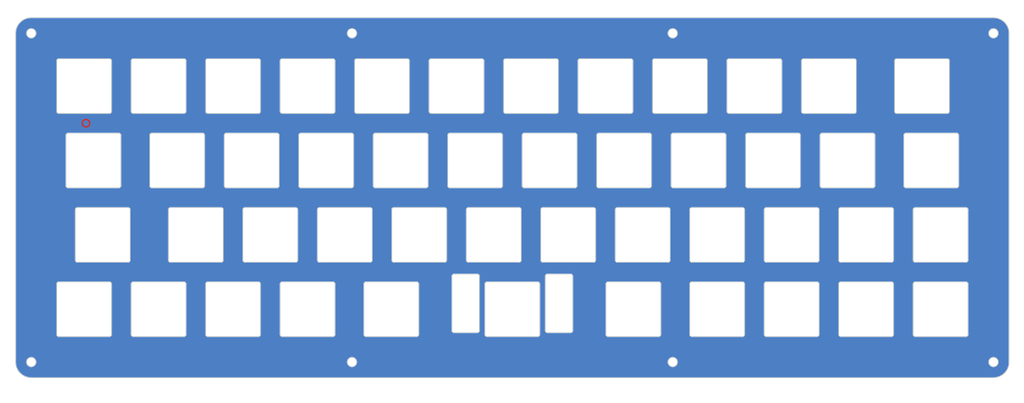
<source format=kicad_pcb>
(kicad_pcb (version 20221018) (generator pcbnew)
  (layers (0 "F.Cu" signal) (31 "B.Cu" signal) (34 "B.Paste" user) (35 "F.Paste" user) (36 "B.SilkS" user "B.Silkscreen") (37 "F.SilkS" user "F.Silkscreen") (38 "B.Mask" user) (39 "F.Mask" user) (44 "Edge.Cuts" user))
  (net 0 "")
  (net 1 "GND")
  (footprint "locallib:Outline" (layer "F.Cu") (at 19.84375 112.7125)
    (fp_text reference "J1")
    (fp_text value "Outline")
    (fp_line (start 0.024 -4.113) (end 0.024 -88.313) (stroke (width 0.2)) (layer "Edge.Cuts"))
    (fp_line (start 4.024 -92.313) (end 250.149 -92.313) (stroke (width 0.2)) (layer "Edge.Cuts"))
    (fp_line (start 10.549 -68.288) (end 10.549 -81.288) (stroke (width 0.2)) (layer "Edge.Cuts"))
    (fp_line (start 10.549 -11.138) (end 10.549 -24.138) (stroke (width 0.2)) (layer "Edge.Cuts"))
    (fp_line (start 11.049 -81.788) (end 24.049 -81.788) (stroke (width 0.2)) (layer "Edge.Cuts"))
    (fp_line (start 11.049 -24.638) (end 24.049 -24.638) (stroke (width 0.2)) (layer "Edge.Cuts"))
    (fp_line (start 12.93025 -62.238) (end 12.93025 -49.238) (stroke (width 0.2)) (layer "Edge.Cuts"))
    (fp_line (start 13.43025 -48.738) (end 26.43025 -48.738) (stroke (width 0.2)) (layer "Edge.Cuts"))
    (fp_line (start 15.3115 -30.188) (end 15.3115 -43.188) (stroke (width 0.2)) (layer "Edge.Cuts"))
    (fp_line (start 15.8115 -43.688) (end 28.8115 -43.688) (stroke (width 0.2)) (layer "Edge.Cuts"))
    (fp_line (start 24.049 -67.788) (end 11.049 -67.788) (stroke (width 0.2)) (layer "Edge.Cuts"))
    (fp_line (start 24.049 -10.638) (end 11.049 -10.638) (stroke (width 0.2)) (layer "Edge.Cuts"))
    (fp_line (start 24.549 -81.288) (end 24.549 -68.288) (stroke (width 0.2)) (layer "Edge.Cuts"))
    (fp_line (start 24.549 -24.138) (end 24.549 -11.138) (stroke (width 0.2)) (layer "Edge.Cuts"))
    (fp_line (start 26.43025 -62.738) (end 13.43025 -62.738) (stroke (width 0.2)) (layer "Edge.Cuts"))
    (fp_line (start 26.93025 -49.238) (end 26.93025 -62.238) (stroke (width 0.2)) (layer "Edge.Cuts"))
    (fp_line (start 28.8115 -29.688) (end 15.8115 -29.688) (stroke (width 0.2)) (layer "Edge.Cuts"))
    (fp_line (start 29.3115 -43.188) (end 29.3115 -30.188) (stroke (width 0.2)) (layer "Edge.Cuts"))
    (fp_line (start 29.599 -68.288) (end 29.599 -81.288) (stroke (width 0.2)) (layer "Edge.Cuts"))
    (fp_line (start 29.599 -24.138) (end 29.599 -11.138) (stroke (width 0.2)) (layer "Edge.Cuts"))
    (fp_line (start 30.099 -81.788) (end 43.099 -81.788) (stroke (width 0.2)) (layer "Edge.Cuts"))
    (fp_line (start 30.099 -10.638) (end 43.099 -10.638) (stroke (width 0.2)) (layer "Edge.Cuts"))
    (fp_line (start 34.3615 -49.238) (end 34.3615 -62.238) (stroke (width 0.2)) (layer "Edge.Cuts"))
    (fp_line (start 34.8615 -62.738) (end 47.8615 -62.738) (stroke (width 0.2)) (layer "Edge.Cuts"))
    (fp_line (start 39.124 -30.188) (end 39.124 -43.188) (stroke (width 0.2)) (layer "Edge.Cuts"))
    (fp_line (start 39.624 -43.688) (end 52.624 -43.688) (stroke (width 0.2)) (layer "Edge.Cuts"))
    (fp_line (start 43.099 -67.788) (end 30.099 -67.788) (stroke (width 0.2)) (layer "Edge.Cuts"))
    (fp_line (start 43.099 -24.638) (end 30.099 -24.638) (stroke (width 0.2)) (layer "Edge.Cuts"))
    (fp_line (start 43.599 -81.288) (end 43.599 -68.288) (stroke (width 0.2)) (layer "Edge.Cuts"))
    (fp_line (start 43.599 -11.138) (end 43.599 -24.138) (stroke (width 0.2)) (layer "Edge.Cuts"))
    (fp_line (start 47.8615 -48.738) (end 34.8615 -48.738) (stroke (width 0.2)) (layer "Edge.Cuts"))
    (fp_line (start 48.3615 -62.238) (end 48.3615 -49.238) (stroke (width 0.2)) (layer "Edge.Cuts"))
    (fp_line (start 48.649 -68.288) (end 48.649 -81.288) (stroke (width 0.2)) (layer "Edge.Cuts"))
    (fp_line (start 48.649 -11.138) (end 48.649 -24.138) (stroke (width 0.2)) (layer "Edge.Cuts"))
    (fp_line (start 49.149 -81.788) (end 62.149 -81.788) (stroke (width 0.2)) (layer "Edge.Cuts"))
    (fp_line (start 49.149 -24.638) (end 62.149 -24.638) (stroke (width 0.2)) (layer "Edge.Cuts"))
    (fp_line (start 52.624 -29.688) (end 39.624 -29.688) (stroke (width 0.2)) (layer "Edge.Cuts"))
    (fp_line (start 53.124 -43.188) (end 53.124 -30.188) (stroke (width 0.2)) (layer "Edge.Cuts"))
    (fp_line (start 53.4115 -49.238) (end 53.4115 -62.238) (stroke (width 0.2)) (layer "Edge.Cuts"))
    (fp_line (start 53.9115 -62.738) (end 66.9115 -62.738) (stroke (width 0.2)) (layer "Edge.Cuts"))
    (fp_line (start 58.174 -30.188) (end 58.174 -43.188) (stroke (width 0.2)) (layer "Edge.Cuts"))
    (fp_line (start 58.674 -43.688) (end 71.674 -43.688) (stroke (width 0.2)) (layer "Edge.Cuts"))
    (fp_line (start 62.149 -67.788) (end 49.149 -67.788) (stroke (width 0.2)) (layer "Edge.Cuts"))
    (fp_line (start 62.149 -10.638) (end 49.149 -10.638) (stroke (width 0.2)) (layer "Edge.Cuts"))
    (fp_line (start 62.649 -81.288) (end 62.649 -68.288) (stroke (width 0.2)) (layer "Edge.Cuts"))
    (fp_line (start 62.649 -24.138) (end 62.649 -11.138) (stroke (width 0.2)) (layer "Edge.Cuts"))
    (fp_line (start 66.9115 -48.738) (end 53.9115 -48.738) (stroke (width 0.2)) (layer "Edge.Cuts"))
    (fp_line (start 67.4115 -62.238) (end 67.4115 -49.238) (stroke (width 0.2)) (layer "Edge.Cuts"))
    (fp_line (start 67.699 -81.288) (end 67.699 -68.288) (stroke (width 0.2)) (layer "Edge.Cuts"))
    (fp_line (start 67.699 -11.138) (end 67.699 -24.138) (stroke (width 0.2)) (layer "Edge.Cuts"))
    (fp_line (start 68.199 -67.788) (end 81.199 -67.788) (stroke (width 0.2)) (layer "Edge.Cuts"))
    (fp_line (start 68.199 -24.638) (end 81.199 -24.638) (stroke (width 0.2)) (layer "Edge.Cuts"))
    (fp_line (start 71.674 -29.688) (end 58.674 -29.688) (stroke (width 0.2)) (layer "Edge.Cuts"))
    (fp_line (start 72.174 -43.188) (end 72.174 -30.188) (stroke (width 0.2)) (layer "Edge.Cuts"))
    (fp_line (start 72.4615 -49.238) (end 72.4615 -62.238) (stroke (width 0.2)) (layer "Edge.Cuts"))
    (fp_line (start 72.9615 -62.738) (end 85.9615 -62.738) (stroke (width 0.2)) (layer "Edge.Cuts"))
    (fp_line (start 77.224 -30.188) (end 77.224 -43.188) (stroke (width 0.2)) (layer "Edge.Cuts"))
    (fp_line (start 77.724 -43.688) (end 90.724 -43.688) (stroke (width 0.2)) (layer "Edge.Cuts"))
    (fp_line (start 81.199 -81.788) (end 68.199 -81.788) (stroke (width 0.2)) (layer "Edge.Cuts"))
    (fp_line (start 81.199 -10.638) (end 68.199 -10.638) (stroke (width 0.2)) (layer "Edge.Cuts"))
    (fp_line (start 81.699 -68.288) (end 81.699 -81.288) (stroke (width 0.2)) (layer "Edge.Cuts"))
    (fp_line (start 81.699 -24.138) (end 81.699 -11.138) (stroke (width 0.2)) (layer "Edge.Cuts"))
    (fp_line (start 85.9615 -48.738) (end 72.9615 -48.738) (stroke (width 0.2)) (layer "Edge.Cuts"))
    (fp_line (start 86.4615 -62.238) (end 86.4615 -49.238) (stroke (width 0.2)) (layer "Edge.Cuts"))
    (fp_line (start 86.749 -68.288) (end 86.749 -81.288) (stroke (width 0.2)) (layer "Edge.Cuts"))
    (fp_line (start 87.249 -81.788) (end 100.249 -81.788) (stroke (width 0.2)) (layer "Edge.Cuts"))
    (fp_line (start 89.13025 -11.138) (end 89.13025 -24.138) (stroke (width 0.2)) (layer "Edge.Cuts"))
    (fp_line (start 89.63025 -24.638) (end 102.63025 -24.638) (stroke (width 0.2)) (layer "Edge.Cuts"))
    (fp_line (start 90.724 -29.688) (end 77.724 -29.688) (stroke (width 0.2)) (layer "Edge.Cuts"))
    (fp_line (start 91.224 -43.188) (end 91.224 -30.188) (stroke (width 0.2)) (layer "Edge.Cuts"))
    (fp_line (start 91.5115 -49.238) (end 91.5115 -62.238) (stroke (width 0.2)) (layer "Edge.Cuts"))
    (fp_line (start 92.0115 -62.738) (end 105.0115 -62.738) (stroke (width 0.2)) (layer "Edge.Cuts"))
    (fp_line (start 96.274 -30.188) (end 96.274 -43.188) (stroke (width 0.2)) (layer "Edge.Cuts"))
    (fp_line (start 96.774 -43.688) (end 109.774 -43.688) (stroke (width 0.2)) (layer "Edge.Cuts"))
    (fp_line (start 100.249 -67.788) (end 87.249 -67.788) (stroke (width 0.2)) (layer "Edge.Cuts"))
    (fp_line (start 100.749 -81.288) (end 100.749 -68.288) (stroke (width 0.2)) (layer "Edge.Cuts"))
    (fp_line (start 102.63025 -10.638) (end 89.63025 -10.638) (stroke (width 0.2)) (layer "Edge.Cuts"))
    (fp_line (start 103.13025 -24.138) (end 103.13025 -11.138) (stroke (width 0.2)) (layer "Edge.Cuts"))
    (fp_line (start 105.0115 -48.738) (end 92.0115 -48.738) (stroke (width 0.2)) (layer "Edge.Cuts"))
    (fp_line (start 105.5115 -62.238) (end 105.5115 -49.238) (stroke (width 0.2)) (layer "Edge.Cuts"))
    (fp_line (start 105.799 -68.288) (end 105.799 -81.288) (stroke (width 0.2)) (layer "Edge.Cuts"))
    (fp_line (start 106.299 -81.788) (end 119.299 -81.788) (stroke (width 0.2)) (layer "Edge.Cuts"))
    (fp_line (start 109.774 -29.688) (end 96.774 -29.688) (stroke (width 0.2)) (layer "Edge.Cuts"))
    (fp_line (start 110.274 -43.188) (end 110.274 -30.188) (stroke (width 0.2)) (layer "Edge.Cuts"))
    (fp_line (start 110.5615 -49.238) (end 110.5615 -62.238) (stroke (width 0.2)) (layer "Edge.Cuts"))
    (fp_line (start 111.0615 -62.738) (end 124.0615 -62.738) (stroke (width 0.2)) (layer "Edge.Cuts"))
    (fp_line (start 111.6485 -12.138) (end 111.6485 -26.138) (stroke (width 0.2)) (layer "Edge.Cuts"))
    (fp_line (start 112.1485 -26.638) (end 118.1485 -26.638) (stroke (width 0.2)) (layer "Edge.Cuts"))
    (fp_line (start 115.324 -30.188) (end 115.324 -43.188) (stroke (width 0.2)) (layer "Edge.Cuts"))
    (fp_line (start 115.824 -43.688) (end 128.824 -43.688) (stroke (width 0.2)) (layer "Edge.Cuts"))
    (fp_line (start 118.1485 -11.638) (end 112.1485 -11.638) (stroke (width 0.2)) (layer "Edge.Cuts"))
    (fp_line (start 118.6485 -26.138) (end 118.6485 -12.138) (stroke (width 0.2)) (layer "Edge.Cuts"))
    (fp_line (start 119.299 -67.788) (end 106.299 -67.788) (stroke (width 0.2)) (layer "Edge.Cuts"))
    (fp_line (start 119.799 -81.288) (end 119.799 -68.288) (stroke (width 0.2)) (layer "Edge.Cuts"))
    (fp_line (start 120.0865 -11.138) (end 120.0865 -24.138) (stroke (width 0.2)) (layer "Edge.Cuts"))
    (fp_line (start 120.5865 -24.638) (end 133.5865 -24.638) (stroke (width 0.2)) (layer "Edge.Cuts"))
    (fp_line (start 124.0615 -48.738) (end 111.0615 -48.738) (stroke (width 0.2)) (layer "Edge.Cuts"))
    (fp_line (start 124.5615 -62.238) (end 124.5615 -49.238) (stroke (width 0.2)) (layer "Edge.Cuts"))
    (fp_line (start 124.849 -68.288) (end 124.849 -81.288) (stroke (width 0.2)) (layer "Edge.Cuts"))
    (fp_line (start 125.349 -81.788) (end 138.349 -81.788) (stroke (width 0.2)) (layer "Edge.Cuts"))
    (fp_line (start 128.824 -29.688) (end 115.824 -29.688) (stroke (width 0.2)) (layer "Edge.Cuts"))
    (fp_line (start 129.324 -43.188) (end 129.324 -30.188) (stroke (width 0.2)) (layer "Edge.Cuts"))
    (fp_line (start 129.6115 -49.238) (end 129.6115 -62.238) (stroke (width 0.2)) (layer "Edge.Cuts"))
    (fp_line (start 130.1115 -62.738) (end 143.1115 -62.738) (stroke (width 0.2)) (layer "Edge.Cuts"))
    (fp_line (start 133.5865 -10.638) (end 120.5865 -10.638) (stroke (width 0.2)) (layer "Edge.Cuts"))
    (fp_line (start 134.0865 -24.138) (end 134.0865 -11.138) (stroke (width 0.2)) (layer "Edge.Cuts"))
    (fp_line (start 134.374 -30.188) (end 134.374 -43.188) (stroke (width 0.2)) (layer "Edge.Cuts"))
    (fp_line (start 134.874 -43.688) (end 147.874 -43.688) (stroke (width 0.2)) (layer "Edge.Cuts"))
    (fp_line (start 135.5245 -12.138) (end 135.5245 -26.138) (stroke (width 0.2)) (layer "Edge.Cuts"))
    (fp_line (start 136.0245 -26.638) (end 142.0245 -26.638) (stroke (width 0.2)) (layer "Edge.Cuts"))
    (fp_line (start 138.349 -67.788) (end 125.349 -67.788) (stroke (width 0.2)) (layer "Edge.Cuts"))
    (fp_line (start 138.849 -81.288) (end 138.849 -68.288) (stroke (width 0.2)) (layer "Edge.Cuts"))
    (fp_line (start 142.0245 -11.638) (end 136.0245 -11.638) (stroke (width 0.2)) (layer "Edge.Cuts"))
    (fp_line (start 142.5245 -26.138) (end 142.5245 -12.138) (stroke (width 0.2)) (layer "Edge.Cuts"))
    (fp_line (start 143.1115 -48.738) (end 130.1115 -48.738) (stroke (width 0.2)) (layer "Edge.Cuts"))
    (fp_line (start 143.6115 -62.238) (end 143.6115 -49.238) (stroke (width 0.2)) (layer "Edge.Cuts"))
    (fp_line (start 143.899 -68.288) (end 143.899 -81.288) (stroke (width 0.2)) (layer "Edge.Cuts"))
    (fp_line (start 144.399 -81.788) (end 157.399 -81.788) (stroke (width 0.2)) (layer "Edge.Cuts"))
    (fp_line (start 147.874 -29.688) (end 134.874 -29.688) (stroke (width 0.2)) (layer "Edge.Cuts"))
    (fp_line (start 148.374 -43.188) (end 148.374 -30.188) (stroke (width 0.2)) (layer "Edge.Cuts"))
    (fp_line (start 148.6615 -49.238) (end 148.6615 -62.238) (stroke (width 0.2)) (layer "Edge.Cuts"))
    (fp_line (start 149.1615 -62.738) (end 162.1615 -62.738) (stroke (width 0.2)) (layer "Edge.Cuts"))
    (fp_line (start 151.04275 -11.138) (end 151.04275 -24.138) (stroke (width 0.2)) (layer "Edge.Cuts"))
    (fp_line (start 151.54275 -24.638) (end 164.54275 -24.638) (stroke (width 0.2)) (layer "Edge.Cuts"))
    (fp_line (start 153.424 -30.188) (end 153.424 -43.188) (stroke (width 0.2)) (layer "Edge.Cuts"))
    (fp_line (start 153.924 -43.688) (end 166.924 -43.688) (stroke (width 0.2)) (layer "Edge.Cuts"))
    (fp_line (start 157.399 -67.788) (end 144.399 -67.788) (stroke (width 0.2)) (layer "Edge.Cuts"))
    (fp_line (start 157.899 -81.288) (end 157.899 -68.288) (stroke (width 0.2)) (layer "Edge.Cuts"))
    (fp_line (start 162.1615 -48.738) (end 149.1615 -48.738) (stroke (width 0.2)) (layer "Edge.Cuts"))
    (fp_line (start 162.6615 -62.238) (end 162.6615 -49.238) (stroke (width 0.2)) (layer "Edge.Cuts"))
    (fp_line (start 162.949 -68.288) (end 162.949 -81.288) (stroke (width 0.2)) (layer "Edge.Cuts"))
    (fp_line (start 163.449 -81.788) (end 176.449 -81.788) (stroke (width 0.2)) (layer "Edge.Cuts"))
    (fp_line (start 164.54275 -10.638) (end 151.54275 -10.638) (stroke (width 0.2)) (layer "Edge.Cuts"))
    (fp_line (start 165.04275 -24.138) (end 165.04275 -11.138) (stroke (width 0.2)) (layer "Edge.Cuts"))
    (fp_line (start 166.924 -29.688) (end 153.924 -29.688) (stroke (width 0.2)) (layer "Edge.Cuts"))
    (fp_line (start 167.424 -43.188) (end 167.424 -30.188) (stroke (width 0.2)) (layer "Edge.Cuts"))
    (fp_line (start 167.7115 -49.238) (end 167.7115 -62.238) (stroke (width 0.2)) (layer "Edge.Cuts"))
    (fp_line (start 168.2115 -62.738) (end 181.2115 -62.738) (stroke (width 0.2)) (layer "Edge.Cuts"))
    (fp_line (start 172.474 -30.188) (end 172.474 -43.188) (stroke (width 0.2)) (layer "Edge.Cuts"))
    (fp_line (start 172.474 -11.138) (end 172.474 -24.138) (stroke (width 0.2)) (layer "Edge.Cuts"))
    (fp_line (start 172.974 -43.688) (end 185.974 -43.688) (stroke (width 0.2)) (layer "Edge.Cuts"))
    (fp_line (start 172.974 -24.638) (end 185.974 -24.638) (stroke (width 0.2)) (layer "Edge.Cuts"))
    (fp_line (start 176.449 -67.788) (end 163.449 -67.788) (stroke (width 0.2)) (layer "Edge.Cuts"))
    (fp_line (start 176.949 -81.288) (end 176.949 -68.288) (stroke (width 0.2)) (layer "Edge.Cuts"))
    (fp_line (start 181.2115 -48.738) (end 168.2115 -48.738) (stroke (width 0.2)) (layer "Edge.Cuts"))
    (fp_line (start 181.7115 -62.238) (end 181.7115 -49.238) (stroke (width 0.2)) (layer "Edge.Cuts"))
    (fp_line (start 181.999 -68.288) (end 181.999 -81.288) (stroke (width 0.2)) (layer "Edge.Cuts"))
    (fp_line (start 182.499 -81.788) (end 195.499 -81.788) (stroke (width 0.2)) (layer "Edge.Cuts"))
    (fp_line (start 185.974 -29.688) (end 172.974 -29.688) (stroke (width 0.2)) (layer "Edge.Cuts"))
    (fp_line (start 185.974 -10.638) (end 172.974 -10.638) (stroke (width 0.2)) (layer "Edge.Cuts"))
    (fp_line (start 186.474 -43.188) (end 186.474 -30.188) (stroke (width 0.2)) (layer "Edge.Cuts"))
    (fp_line (start 186.474 -24.138) (end 186.474 -11.138) (stroke (width 0.2)) (layer "Edge.Cuts"))
    (fp_line (start 186.7615 -49.238) (end 186.7615 -62.238) (stroke (width 0.2)) (layer "Edge.Cuts"))
    (fp_line (start 187.2615 -62.738) (end 200.2615 -62.738) (stroke (width 0.2)) (layer "Edge.Cuts"))
    (fp_line (start 191.524 -30.188) (end 191.524 -43.188) (stroke (width 0.2)) (layer "Edge.Cuts"))
    (fp_line (start 191.524 -11.138) (end 191.524 -24.138) (stroke (width 0.2)) (layer "Edge.Cuts"))
    (fp_line (start 192.024 -43.688) (end 205.024 -43.688) (stroke (width 0.2)) (layer "Edge.Cuts"))
    (fp_line (start 192.024 -24.638) (end 205.024 -24.638) (stroke (width 0.2)) (layer "Edge.Cuts"))
    (fp_line (start 195.499 -67.788) (end 182.499 -67.788) (stroke (width 0.2)) (layer "Edge.Cuts"))
    (fp_line (start 195.999 -81.288) (end 195.999 -68.288) (stroke (width 0.2)) (layer "Edge.Cuts"))
    (fp_line (start 200.2615 -48.738) (end 187.2615 -48.738) (stroke (width 0.2)) (layer "Edge.Cuts"))
    (fp_line (start 200.7615 -62.238) (end 200.7615 -49.238) (stroke (width 0.2)) (layer "Edge.Cuts"))
    (fp_line (start 201.049 -68.288) (end 201.049 -81.288) (stroke (width 0.2)) (layer "Edge.Cuts"))
    (fp_line (start 201.549 -81.788) (end 214.549 -81.788) (stroke (width 0.2)) (layer "Edge.Cuts"))
    (fp_line (start 205.024 -29.688) (end 192.024 -29.688) (stroke (width 0.2)) (layer "Edge.Cuts"))
    (fp_line (start 205.024 -10.638) (end 192.024 -10.638) (stroke (width 0.2)) (layer "Edge.Cuts"))
    (fp_line (start 205.524 -43.188) (end 205.524 -30.188) (stroke (width 0.2)) (layer "Edge.Cuts"))
    (fp_line (start 205.524 -24.138) (end 205.524 -11.138) (stroke (width 0.2)) (layer "Edge.Cuts"))
    (fp_line (start 205.8115 -49.238) (end 205.8115 -62.238) (stroke (width 0.2)) (layer "Edge.Cuts"))
    (fp_line (start 206.3115 -62.738) (end 219.3115 -62.738) (stroke (width 0.2)) (layer "Edge.Cuts"))
    (fp_line (start 210.574 -30.188) (end 210.574 -43.188) (stroke (width 0.2)) (layer "Edge.Cuts"))
    (fp_line (start 210.574 -24.138) (end 210.574 -11.138) (stroke (width 0.2)) (layer "Edge.Cuts"))
    (fp_line (start 211.074 -43.688) (end 224.074 -43.688) (stroke (width 0.2)) (layer "Edge.Cuts"))
    (fp_line (start 211.074 -10.638) (end 224.074 -10.638) (stroke (width 0.2)) (layer "Edge.Cuts"))
    (fp_line (start 214.549 -67.788) (end 201.549 -67.788) (stroke (width 0.2)) (layer "Edge.Cuts"))
    (fp_line (start 215.049 -81.288) (end 215.049 -68.288) (stroke (width 0.2)) (layer "Edge.Cuts"))
    (fp_line (start 219.3115 -48.738) (end 206.3115 -48.738) (stroke (width 0.2)) (layer "Edge.Cuts"))
    (fp_line (start 219.8115 -62.238) (end 219.8115 -49.238) (stroke (width 0.2)) (layer "Edge.Cuts"))
    (fp_line (start 224.074 -29.688) (end 211.074 -29.688) (stroke (width 0.2)) (layer "Edge.Cuts"))
    (fp_line (start 224.074 -24.638) (end 211.074 -24.638) (stroke (width 0.2)) (layer "Edge.Cuts"))
    (fp_line (start 224.574 -43.188) (end 224.574 -30.188) (stroke (width 0.2)) (layer "Edge.Cuts"))
    (fp_line (start 224.574 -11.138) (end 224.574 -24.138) (stroke (width 0.2)) (layer "Edge.Cuts"))
    (fp_line (start 224.8615 -68.288) (end 224.8615 -81.288) (stroke (width 0.2)) (layer "Edge.Cuts"))
    (fp_line (start 225.3615 -81.788) (end 238.3615 -81.788) (stroke (width 0.2)) (layer "Edge.Cuts"))
    (fp_line (start 227.24275 -62.238) (end 227.24275 -49.238) (stroke (width 0.2)) (layer "Edge.Cuts"))
    (fp_line (start 227.74275 -48.738) (end 240.74275 -48.738) (stroke (width 0.2)) (layer "Edge.Cuts"))
    (fp_line (start 229.624 -30.188) (end 229.624 -43.188) (stroke (width 0.2)) (layer "Edge.Cuts"))
    (fp_line (start 229.624 -11.138) (end 229.624 -24.138) (stroke (width 0.2)) (layer "Edge.Cuts"))
    (fp_line (start 230.124 -43.688) (end 243.124 -43.688) (stroke (width 0.2)) (layer "Edge.Cuts"))
    (fp_line (start 230.124 -24.638) (end 243.124 -24.638) (stroke (width 0.2)) (layer "Edge.Cuts"))
    (fp_line (start 238.3615 -67.788) (end 225.3615 -67.788) (stroke (width 0.2)) (layer "Edge.Cuts"))
    (fp_line (start 238.8615 -81.288) (end 238.8615 -68.288) (stroke (width 0.2)) (layer "Edge.Cuts"))
    (fp_line (start 240.74275 -62.738) (end 227.74275 -62.738) (stroke (width 0.2)) (layer "Edge.Cuts"))
    (fp_line (start 241.24275 -49.238) (end 241.24275 -62.238) (stroke (width 0.2)) (layer "Edge.Cuts"))
    (fp_line (start 243.124 -29.688) (end 230.124 -29.688) (stroke (width 0.2)) (layer "Edge.Cuts"))
    (fp_line (start 243.124 -10.638) (end 230.124 -10.638) (stroke (width 0.2)) (layer "Edge.Cuts"))
    (fp_line (start 243.624 -43.188) (end 243.624 -30.188) (stroke (width 0.2)) (layer "Edge.Cuts"))
    (fp_line (start 243.624 -24.138) (end 243.624 -11.138) (stroke (width 0.2)) (layer "Edge.Cuts"))
    (fp_line (start 250.149 -0.113) (end 4.024 -0.113) (stroke (width 0.2)) (layer "Edge.Cuts"))
    (fp_line (start 254.149 -88.313) (end 254.149 -4.113) (stroke (width 0.2)) (layer "Edge.Cuts"))
    (fp_arc (start 0.024 -88.313) (mid 1.195573 -91.141427) (end 4.024 -92.313) (stroke (width 0.2)) (layer "Edge.Cuts"))
    (fp_arc (start 4.024 -0.113) (mid 1.195573 -1.284573) (end 0.024 -4.113) (stroke (width 0.2)) (layer "Edge.Cuts"))
    (fp_arc (start 10.549 -81.288) (mid 10.695447 -81.641553) (end 11.049 -81.788) (stroke (width 0.2)) (layer "Edge.Cuts"))
    (fp_arc (start 10.549 -24.138) (mid 10.695447 -24.491553) (end 11.049 -24.638) (stroke (width 0.2)) (layer "Edge.Cuts"))
    (fp_arc (start 11.049 -67.788) (mid 10.695447 -67.934447) (end 10.549 -68.288) (stroke (width 0.2)) (layer "Edge.Cuts"))
    (fp_arc (start 11.049 -10.638) (mid 10.695447 -10.784447) (end 10.549 -11.138) (stroke (width 0.2)) (layer "Edge.Cuts"))
    (fp_arc (start 12.93025 -62.238) (mid 13.076694 -62.591571) (end 13.43025 -62.738) (stroke (width 0.2)) (layer "Edge.Cuts"))
    (fp_arc (start 13.43025 -48.738) (mid 13.076729 -48.884464) (end 12.93025 -49.238) (stroke (width 0.2)) (layer "Edge.Cuts"))
    (fp_arc (start 15.3115 -43.188) (mid 15.457947 -43.541553) (end 15.8115 -43.688) (stroke (width 0.2)) (layer "Edge.Cuts"))
    (fp_arc (start 15.8115 -29.688) (mid 15.457947 -29.834447) (end 15.3115 -30.188) (stroke (width 0.2)) (layer "Edge.Cuts"))
    (fp_arc (start 24.049 -81.788) (mid 24.402553 -81.641553) (end 24.549 -81.288) (stroke (width 0.2)) (layer "Edge.Cuts"))
    (fp_arc (start 24.049 -24.638) (mid 24.402553 -24.491553) (end 24.549 -24.138) (stroke (width 0.2)) (layer "Edge.Cuts"))
    (fp_arc (start 24.549 -68.288) (mid 24.402553 -67.934447) (end 24.049 -67.788) (stroke (width 0.2)) (layer "Edge.Cuts"))
    (fp_arc (start 24.549 -11.138) (mid 24.402553 -10.784447) (end 24.049 -10.638) (stroke (width 0.2)) (layer "Edge.Cuts"))
    (fp_arc (start 26.43025 -62.738) (mid 26.783771 -62.591536) (end 26.93025 -62.238) (stroke (width 0.2)) (layer "Edge.Cuts"))
    (fp_arc (start 26.93025 -49.238) (mid 26.783806 -48.884429) (end 26.43025 -48.738) (stroke (width 0.2)) (layer "Edge.Cuts"))
    (fp_arc (start 28.8115 -43.688) (mid 29.165053 -43.541553) (end 29.3115 -43.188) (stroke (width 0.2)) (layer "Edge.Cuts"))
    (fp_arc (start 29.3115 -30.188) (mid 29.165053 -29.834447) (end 28.8115 -29.688) (stroke (width 0.2)) (layer "Edge.Cuts"))
    (fp_arc (start 29.599 -81.288) (mid 29.745447 -81.641553) (end 30.099 -81.788) (stroke (width 0.2)) (layer "Edge.Cuts"))
    (fp_arc (start 29.599 -24.138) (mid 29.745447 -24.491553) (end 30.099 -24.638) (stroke (width 0.2)) (layer "Edge.Cuts"))
    (fp_arc (start 30.099 -67.788) (mid 29.745447 -67.934447) (end 29.599 -68.288) (stroke (width 0.2)) (layer "Edge.Cuts"))
    (fp_arc (start 30.099 -10.638) (mid 29.745447 -10.784447) (end 29.599 -11.138) (stroke (width 0.2)) (layer "Edge.Cuts"))
    (fp_arc (start 34.3615 -62.238) (mid 34.507947 -62.591553) (end 34.8615 -62.738) (stroke (width 0.2)) (layer "Edge.Cuts"))
    (fp_arc (start 34.8615 -48.738) (mid 34.507947 -48.884447) (end 34.3615 -49.238) (stroke (width 0.2)) (layer "Edge.Cuts"))
    (fp_arc (start 39.124 -43.188) (mid 39.270447 -43.541553) (end 39.624 -43.688) (stroke (width 0.2)) (layer "Edge.Cuts"))
    (fp_arc (start 39.624 -29.688) (mid 39.270447 -29.834447) (end 39.124 -30.188) (stroke (width 0.2)) (layer "Edge.Cuts"))
    (fp_arc (start 43.099 -81.788) (mid 43.452553 -81.641553) (end 43.599 -81.288) (stroke (width 0.2)) (layer "Edge.Cuts"))
    (fp_arc (start 43.099 -24.638) (mid 43.452553 -24.491553) (end 43.599 -24.138) (stroke (width 0.2)) (layer "Edge.Cuts"))
    (fp_arc (start 43.599 -68.288) (mid 43.452553 -67.934447) (end 43.099 -67.788) (stroke (width 0.2)) (layer "Edge.Cuts"))
    (fp_arc (start 43.599 -11.138) (mid 43.452553 -10.784447) (end 43.099 -10.638) (stroke (width 0.2)) (layer "Edge.Cuts"))
    (fp_arc (start 47.8615 -62.738) (mid 48.215053 -62.591553) (end 48.3615 -62.238) (stroke (width 0.2)) (layer "Edge.Cuts"))
    (fp_arc (start 48.3615 -49.238) (mid 48.215053 -48.884447) (end 47.8615 -48.738) (stroke (width 0.2)) (layer "Edge.Cuts"))
    (fp_arc (start 48.649 -81.288) (mid 48.795447 -81.641553) (end 49.149 -81.788) (stroke (width 0.2)) (layer "Edge.Cuts"))
    (fp_arc (start 48.649 -24.138) (mid 48.795447 -24.491553) (end 49.149 -24.638) (stroke (width 0.2)) (layer "Edge.Cuts"))
    (fp_arc (start 49.149 -67.788) (mid 48.795447 -67.934447) (end 48.649 -68.288) (stroke (width 0.2)) (layer "Edge.Cuts"))
    (fp_arc (start 49.149 -10.638) (mid 48.795447 -10.784447) (end 48.649 -11.138) (stroke (width 0.2)) (layer "Edge.Cuts"))
    (fp_arc (start 52.624 -43.688) (mid 52.977553 -43.541553) (end 53.124 -43.188) (stroke (width 0.2)) (layer "Edge.Cuts"))
    (fp_arc (start 53.124 -30.188) (mid 52.977553 -29.834447) (end 52.624 -29.688) (stroke (width 0.2)) (layer "Edge.Cuts"))
    (fp_arc (start 53.4115 -62.238) (mid 53.557947 -62.591553) (end 53.9115 -62.738) (stroke (width 0.2)) (layer "Edge.Cuts"))
    (fp_arc (start 53.9115 -48.738) (mid 53.557947 -48.884447) (end 53.4115 -49.238) (stroke (width 0.2)) (layer "Edge.Cuts"))
    (fp_arc (start 58.174 -43.188) (mid 58.320447 -43.541553) (end 58.674 -43.688) (stroke (width 0.2)) (layer "Edge.Cuts"))
    (fp_arc (start 58.674 -29.688) (mid 58.320447 -29.834447) (end 58.174 -30.188) (stroke (width 0.2)) (layer "Edge.Cuts"))
    (fp_arc (start 62.149 -81.788) (mid 62.502553 -81.641553) (end 62.649 -81.288) (stroke (width 0.2)) (layer "Edge.Cuts"))
    (fp_arc (start 62.149 -24.638) (mid 62.502553 -24.491553) (end 62.649 -24.138) (stroke (width 0.2)) (layer "Edge.Cuts"))
    (fp_arc (start 62.649 -68.288) (mid 62.502553 -67.934447) (end 62.149 -67.788) (stroke (width 0.2)) (layer "Edge.Cuts"))
    (fp_arc (start 62.649 -11.138) (mid 62.502553 -10.784447) (end 62.149 -10.638) (stroke (width 0.2)) (layer "Edge.Cuts"))
    (fp_arc (start 66.9115 -62.738) (mid 67.265053 -62.591553) (end 67.4115 -62.238) (stroke (width 0.2)) (layer "Edge.Cuts"))
    (fp_arc (start 67.4115 -49.238) (mid 67.265053 -48.884447) (end 66.9115 -48.738) (stroke (width 0.2)) (layer "Edge.Cuts"))
    (fp_arc (start 67.699 -81.288) (mid 67.845447 -81.641553) (end 68.199 -81.788) (stroke (width 0.2)) (layer "Edge.Cuts"))
    (fp_arc (start 67.699 -24.138) (mid 67.845447 -24.491553) (end 68.199 -24.638) (stroke (width 0.2)) (layer "Edge.Cuts"))
    (fp_arc (start 68.199 -67.788) (mid 67.845447 -67.934447) (end 67.699 -68.288) (stroke (width 0.2)) (layer "Edge.Cuts"))
    (fp_arc (start 68.199 -10.638) (mid 67.845447 -10.784447) (end 67.699 -11.138) (stroke (width 0.2)) (layer "Edge.Cuts"))
    (fp_arc (start 71.674 -43.688) (mid 72.027553 -43.541553) (end 72.174 -43.188) (stroke (width 0.2)) (layer "Edge.Cuts"))
    (fp_arc (start 72.174 -30.188) (mid 72.027553 -29.834447) (end 71.674 -29.688) (stroke (width 0.2)) (layer "Edge.Cuts"))
    (fp_arc (start 72.4615 -62.238) (mid 72.607947 -62.591553) (end 72.9615 -62.738) (stroke (width 0.2)) (layer "Edge.Cuts"))
    (fp_arc (start 72.9615 -48.738) (mid 72.607947 -48.884447) (end 72.4615 -49.238) (stroke (width 0.2)) (layer "Edge.Cuts"))
    (fp_arc (start 77.224 -43.188) (mid 77.370447 -43.541553) (end 77.724 -43.688) (stroke (width 0.2)) (layer "Edge.Cuts"))
    (fp_arc (start 77.724 -29.688) (mid 77.370447 -29.834447) (end 77.224 -30.188) (stroke (width 0.2)) (layer "Edge.Cuts"))
    (fp_arc (start 81.199 -81.788) (mid 81.552553 -81.641553) (end 81.699 -81.288) (stroke (width 0.2)) (layer "Edge.Cuts"))
    (fp_arc (start 81.199 -24.638) (mid 81.552553 -24.491553) (end 81.699 -24.138) (stroke (width 0.2)) (layer "Edge.Cuts"))
    (fp_arc (start 81.699 -68.288) (mid 81.552553 -67.934447) (end 81.199 -67.788) (stroke (width 0.2)) (layer "Edge.Cuts"))
    (fp_arc (start 81.699 -11.138) (mid 81.552553 -10.784447) (end 81.199 -10.638) (stroke (width 0.2)) (layer "Edge.Cuts"))
    (fp_arc (start 85.9615 -62.738) (mid 86.315053 -62.591553) (end 86.4615 -62.238) (stroke (width 0.2)) (layer "Edge.Cuts"))
    (fp_arc (start 86.4615 -49.238) (mid 86.315053 -48.884447) (end 85.9615 -48.738) (stroke (width 0.2)) (layer "Edge.Cuts"))
    (fp_arc (start 86.749 -81.288) (mid 86.895447 -81.641553) (end 87.249 -81.788) (stroke (width 0.2)) (layer "Edge.Cuts"))
    (fp_arc (start 87.249 -67.788) (mid 86.895447 -67.934447) (end 86.749 -68.288) (stroke (width 0.2)) (layer "Edge.Cuts"))
    (fp_arc (start 89.13025 -24.138) (mid 89.276694 -24.491571) (end 89.63025 -24.638) (stroke (width 0.2)) (layer "Edge.Cuts"))
    (fp_arc (start 89.63025 -10.638) (mid 89.276729 -10.784464) (end 89.13025 -11.138) (stroke (width 0.2)) (layer "Edge.Cuts"))
    (fp_arc (start 90.724 -43.688) (mid 91.077553 -43.541553) (end 91.224 -43.188) (stroke (width 0.2)) (layer "Edge.Cuts"))
    (fp_arc (start 91.224 -30.188) (mid 91.077553 -29.834447) (end 90.724 -29.688) (stroke (width 0.2)) (layer "Edge.Cuts"))
    (fp_arc (start 91.5115 -62.238) (mid 91.657947 -62.591553) (end 92.0115 -62.738) (stroke (width 0.2)) (layer "Edge.Cuts"))
    (fp_arc (start 92.0115 -48.738) (mid 91.657947 -48.884447) (end 91.5115 -49.238) (stroke (width 0.2)) (layer "Edge.Cuts"))
    (fp_arc (start 96.274 -43.188) (mid 96.420447 -43.541553) (end 96.774 -43.688) (stroke (width 0.2)) (layer "Edge.Cuts"))
    (fp_arc (start 96.774 -29.688) (mid 96.420447 -29.834447) (end 96.274 -30.188) (stroke (width 0.2)) (layer "Edge.Cuts"))
    (fp_arc (start 100.249 -81.788) (mid 100.602553 -81.641553) (end 100.749 -81.288) (stroke (width 0.2)) (layer "Edge.Cuts"))
    (fp_arc (start 100.749 -68.288) (mid 100.602553 -67.934447) (end 100.249 -67.788) (stroke (width 0.2)) (layer "Edge.Cuts"))
    (fp_arc (start 102.63025 -24.638) (mid 102.983771 -24.491536) (end 103.13025 -24.138) (stroke (width 0.2)) (layer "Edge.Cuts"))
    (fp_arc (start 103.13025 -11.138) (mid 102.983806 -10.784429) (end 102.63025 -10.638) (stroke (width 0.2)) (layer "Edge.Cuts"))
    (fp_arc (start 105.0115 -62.738) (mid 105.365053 -62.591553) (end 105.5115 -62.238) (stroke (width 0.2)) (layer "Edge.Cuts"))
    (fp_arc (start 105.5115 -49.238) (mid 105.365053 -48.884447) (end 105.0115 -48.738) (stroke (width 0.2)) (layer "Edge.Cuts"))
    (fp_arc (start 105.799 -81.288) (mid 105.945447 -81.641553) (end 106.299 -81.788) (stroke (width 0.2)) (layer "Edge.Cuts"))
    (fp_arc (start 106.299 -67.788) (mid 105.945447 -67.934447) (end 105.799 -68.288) (stroke (width 0.2)) (layer "Edge.Cuts"))
    (fp_arc (start 109.774 -43.688) (mid 110.127553 -43.541553) (end 110.274 -43.188) (stroke (width 0.2)) (layer "Edge.Cuts"))
    (fp_arc (start 110.274 -30.188) (mid 110.127553 -29.834447) (end 109.774 -29.688) (stroke (width 0.2)) (layer "Edge.Cuts"))
    (fp_arc (start 110.5615 -62.238) (mid 110.707947 -62.591553) (end 111.0615 -62.738) (stroke (width 0.2)) (layer "Edge.Cuts"))
    (fp_arc (start 111.0615 -48.738) (mid 110.707947 -48.884447) (end 110.5615 -49.238) (stroke (width 0.2)) (layer "Edge.Cuts"))
    (fp_arc (start 111.6485 -26.138) (mid 111.794947 -26.491553) (end 112.1485 -26.638) (stroke (width 0.2)) (layer "Edge.Cuts"))
    (fp_arc (start 112.1485 -11.638) (mid 111.794947 -11.784447) (end 111.6485 -12.138) (stroke (width 0.2)) (layer "Edge.Cuts"))
    (fp_arc (start 115.324 -43.188) (mid 115.470447 -43.541553) (end 115.824 -43.688) (stroke (width 0.2)) (layer "Edge.Cuts"))
    (fp_arc (start 115.824 -29.688) (mid 115.470447 -29.834447) (end 115.324 -30.188) (stroke (width 0.2)) (layer "Edge.Cuts"))
    (fp_arc (start 118.1485 -26.638) (mid 118.502053 -26.491553) (end 118.6485 -26.138) (stroke (width 0.2)) (layer "Edge.Cuts"))
    (fp_arc (start 118.6485 -12.138) (mid 118.502053 -11.784447) (end 118.1485 -11.638) (stroke (width 0.2)) (layer "Edge.Cuts"))
    (fp_arc (start 119.299 -81.788) (mid 119.652553 -81.641553) (end 119.799 -81.288) (stroke (width 0.2)) (layer "Edge.Cuts"))
    (fp_arc (start 119.799 -68.288) (mid 119.652553 -67.934447) (end 119.299 -67.788) (stroke (width 0.2)) (layer "Edge.Cuts"))
    (fp_arc (start 120.0865 -24.138) (mid 120.232947 -24.491553) (end 120.5865 -24.638) (stroke (width 0.2)) (layer "Edge.Cuts"))
    (fp_arc (start 120.5865 -10.638) (mid 120.232947 -10.784447) (end 120.0865 -11.138) (stroke (width 0.2)) (layer "Edge.Cuts"))
    (fp_arc (start 124.0615 -62.738) (mid 124.415053 -62.591553) (end 124.5615 -62.238) (stroke (width 0.2)) (layer "Edge.Cuts"))
    (fp_arc (start 124.5615 -49.238) (mid 124.415053 -48.884447) (end 124.0615 -48.738) (stroke (width 0.2)) (layer "Edge.Cuts"))
    (fp_arc (start 124.849 -81.288) (mid 124.995447 -81.641553) (end 125.349 -81.788) (stroke (width 0.2)) (layer "Edge.Cuts"))
    (fp_arc (start 125.349 -67.788) (mid 124.995447 -67.934447) (end 124.849 -68.288) (stroke (width 0.2)) (layer "Edge.Cuts"))
    (fp_arc (start 128.824 -43.688) (mid 129.177553 -43.541553) (end 129.324 -43.188) (stroke (width 0.2)) (layer "Edge.Cuts"))
    (fp_arc (start 129.324 -30.188) (mid 129.177553 -29.834447) (end 128.824 -29.688) (stroke (width 0.2)) (layer "Edge.Cuts"))
    (fp_arc (start 129.6115 -62.238) (mid 129.757947 -62.591553) (end 130.1115 -62.738) (stroke (width 0.2)) (layer "Edge.Cuts"))
    (fp_arc (start 130.1115 -48.738) (mid 129.757947 -48.884447) (end 129.6115 -49.238) (stroke (width 0.2)) (layer "Edge.Cuts"))
    (fp_arc (start 133.5865 -24.638) (mid 133.940053 -24.491553) (end 134.0865 -24.138) (stroke (width 0.2)) (layer "Edge.Cuts"))
    (fp_arc (start 134.0865 -11.138) (mid 133.940053 -10.784447) (end 133.5865 -10.638) (stroke (width 0.2)) (layer "Edge.Cuts"))
    (fp_arc (start 134.374 -43.188) (mid 134.520447 -43.541553) (end 134.874 -43.688) (stroke (width 0.2)) (layer "Edge.Cuts"))
    (fp_arc (start 134.874 -29.688) (mid 134.520447 -29.834447) (end 134.374 -30.188) (stroke (width 0.2)) (layer "Edge.Cuts"))
    (fp_arc (start 135.5245 -26.138) (mid 135.670947 -26.491553) (end 136.0245 -26.638) (stroke (width 0.2)) (layer "Edge.Cuts"))
    (fp_arc (start 136.0245 -11.638) (mid 135.670947 -11.784447) (end 135.5245 -12.138) (stroke (width 0.2)) (layer "Edge.Cuts"))
    (fp_arc (start 138.349 -81.788) (mid 138.702553 -81.641553) (end 138.849 -81.288) (stroke (width 0.2)) (layer "Edge.Cuts"))
    (fp_arc (start 138.849 -68.288) (mid 138.702553 -67.934447) (end 138.349 -67.788) (stroke (width 0.2)) (layer "Edge.Cuts"))
    (fp_arc (start 142.0245 -26.638) (mid 142.378053 -26.491553) (end 142.5245 -26.138) (stroke (width 0.2)) (layer "Edge.Cuts"))
    (fp_arc (start 142.5245 -12.138) (mid 142.378053 -11.784447) (end 142.0245 -11.638) (stroke (width 0.2)) (layer "Edge.Cuts"))
    (fp_arc (start 143.1115 -62.738) (mid 143.465053 -62.591553) (end 143.6115 -62.238) (stroke (width 0.2)) (layer "Edge.Cuts"))
    (fp_arc (start 143.6115 -49.238) (mid 143.465053 -48.884447) (end 143.1115 -48.738) (stroke (width 0.2)) (layer "Edge.Cuts"))
    (fp_arc (start 143.899 -81.288) (mid 144.045447 -81.641553) (end 144.399 -81.788) (stroke (width 0.2)) (layer "Edge.Cuts"))
    (fp_arc (start 144.399 -67.788) (mid 144.045447 -67.934447) (end 143.899 -68.288) (stroke (width 0.2)) (layer "Edge.Cuts"))
    (fp_arc (start 147.874 -43.688) (mid 148.227553 -43.541553) (end 148.374 -43.188) (stroke (width 0.2)) (layer "Edge.Cuts"))
    (fp_arc (start 148.374 -30.188) (mid 148.227553 -29.834447) (end 147.874 -29.688) (stroke (width 0.2)) (layer "Edge.Cuts"))
    (fp_arc (start 148.6615 -62.238) (mid 148.807947 -62.591553) (end 149.1615 -62.738) (stroke (width 0.2)) (layer "Edge.Cuts"))
    (fp_arc (start 149.1615 -48.738) (mid 148.807947 -48.884447) (end 148.6615 -49.238) (stroke (width 0.2)) (layer "Edge.Cuts"))
    (fp_arc (start 151.04275 -24.138) (mid 151.189194 -24.491571) (end 151.54275 -24.638) (stroke (width 0.2)) (layer "Edge.Cuts"))
    (fp_arc (start 151.54275 -10.638) (mid 151.189229 -10.784464) (end 151.04275 -11.138) (stroke (width 0.2)) (layer "Edge.Cuts"))
    (fp_arc (start 153.424 -43.188) (mid 153.570447 -43.541553) (end 153.924 -43.688) (stroke (width 0.2)) (layer "Edge.Cuts"))
    (fp_arc (start 153.924 -29.688) (mid 153.570447 -29.834447) (end 153.424 -30.188) (stroke (width 0.2)) (layer "Edge.Cuts"))
    (fp_arc (start 157.399 -81.788) (mid 157.752553 -81.641553) (end 157.899 -81.288) (stroke (width 0.2)) (layer "Edge.Cuts"))
    (fp_arc (start 157.899 -68.288) (mid 157.752553 -67.934447) (end 157.399 -67.788) (stroke (width 0.2)) (layer "Edge.Cuts"))
    (fp_arc (start 162.1615 -62.738) (mid 162.515053 -62.591553) (end 162.6615 -62.238) (stroke (width 0.2)) (layer "Edge.Cuts"))
    (fp_arc (start 162.6615 -49.238) (mid 162.515053 -48.884447) (end 162.1615 -48.738) (stroke (width 0.2)) (layer "Edge.Cuts"))
    (fp_arc (start 162.949 -81.288) (mid 163.095447 -81.641553) (end 163.449 -81.788) (stroke (width 0.2)) (layer "Edge.Cuts"))
    (fp_arc (start 163.449 -67.788) (mid 163.095447 -67.934447) (end 162.949 -68.288) (stroke (width 0.2)) (layer "Edge.Cuts"))
    (fp_arc (start 164.54275 -24.638) (mid 164.896271 -24.491536) (end 165.04275 -24.138) (stroke (width 0.2)) (layer "Edge.Cuts"))
    (fp_arc (start 165.04275 -11.138) (mid 164.896306 -10.784429) (end 164.54275 -10.638) (stroke (width 0.2)) (layer "Edge.Cuts"))
    (fp_arc (start 166.924 -43.688) (mid 167.277553 -43.541553) (end 167.424 -43.188) (stroke (width 0.2)) (layer "Edge.Cuts"))
    (fp_arc (start 167.424 -30.188) (mid 167.277553 -29.834447) (end 166.924 -29.688) (stroke (width 0.2)) (layer "Edge.Cuts"))
    (fp_arc (start 167.7115 -62.238) (mid 167.857947 -62.591553) (end 168.2115 -62.738) (stroke (width 0.2)) (layer "Edge.Cuts"))
    (fp_arc (start 168.2115 -48.738) (mid 167.857947 -48.884447) (end 167.7115 -49.238) (stroke (width 0.2)) (layer "Edge.Cuts"))
    (fp_arc (start 172.474 -43.188) (mid 172.620447 -43.541553) (end 172.974 -43.688) (stroke (width 0.2)) (layer "Edge.Cuts"))
    (fp_arc (start 172.474 -24.138) (mid 172.620447 -24.491553) (end 172.974 -24.638) (stroke (width 0.2)) (layer "Edge.Cuts"))
    (fp_arc (start 172.974 -29.688) (mid 172.620447 -29.834447) (end 172.474 -30.188) (stroke (width 0.2)) (layer "Edge.Cuts"))
    (fp_arc (start 172.974 -10.638) (mid 172.620447 -10.784447) (end 172.474 -11.138) (stroke (width 0.2)) (layer "Edge.Cuts"))
    (fp_arc (start 176.449 -81.788) (mid 176.802553 -81.641553) (end 176.949 -81.288) (stroke (width 0.2)) (layer "Edge.Cuts"))
    (fp_arc (start 176.949 -68.288) (mid 176.802553 -67.934447) (end 176.449 -67.788) (stroke (width 0.2)) (layer "Edge.Cuts"))
    (fp_arc (start 181.2115 -62.738) (mid 181.565053 -62.591553) (end 181.7115 -62.238) (stroke (width 0.2)) (layer "Edge.Cuts"))
    (fp_arc (start 181.7115 -49.238) (mid 181.565053 -48.884447) (end 181.2115 -48.738) (stroke (width 0.2)) (layer "Edge.Cuts"))
    (fp_arc (start 181.999 -81.288) (mid 182.145447 -81.641553) (end 182.499 -81.788) (stroke (width 0.2)) (layer "Edge.Cuts"))
    (fp_arc (start 182.499 -67.788) (mid 182.145447 -67.934447) (end 181.999 -68.288) (stroke (width 0.2)) (layer "Edge.Cuts"))
    (fp_arc (start 185.974 -43.688) (mid 186.327553 -43.541553) (end 186.474 -43.188) (stroke (width 0.2)) (layer "Edge.Cuts"))
    (fp_arc (start 185.974 -24.638) (mid 186.327553 -24.491553) (end 186.474 -24.138) (stroke (width 0.2)) (layer "Edge.Cuts"))
    (fp_arc (start 186.474 -30.188) (mid 186.327553 -29.834447) (end 185.974 -29.688) (stroke (width 0.2)) (layer "Edge.Cuts"))
    (fp_arc (start 186.474 -11.138) (mid 186.327553 -10.784447) (end 185.974 -10.638) (stroke (width 0.2)) (layer "Edge.Cuts"))
    (fp_arc (start 186.7615 -62.238) (mid 186.907947 -62.591553) (end 187.2615 -62.738) (stroke (width 0.2)) (layer "Edge.Cuts"))
    (fp_arc (start 187.2615 -48.738) (mid 186.907947 -48.884447) (end 186.7615 -49.238) (stroke (width 0.2)) (layer "Edge.Cuts"))
    (fp_arc (start 191.524 -43.188) (mid 191.670447 -43.541553) (end 192.024 -43.688) (stroke (width 0.2)) (layer "Edge.Cuts"))
    (fp_arc (start 191.524 -24.138) (mid 191.670447 -24.491553) (end 192.024 -24.638) (stroke (width 0.2)) (layer "Edge.Cuts"))
    (fp_arc (start 192.024 -29.688) (mid 191.670447 -29.834447) (end 191.524 -30.188) (stroke (width 0.2)) (layer "Edge.Cuts"))
    (fp_arc (start 192.024 -10.638) (mid 191.670447 -10.784447) (end 191.524 -11.138) (stroke (width 0.2)) (layer "Edge.Cuts"))
    (fp_arc (start 195.499 -81.788) (mid 195.852553 -81.641553) (end 195.999 -81.288) (stroke (width 0.2)) (layer "Edge.Cuts"))
    (fp_arc (start 195.999 -68.288) (mid 195.852553 -67.934447) (end 195.499 -67.788) (stroke (width 0.2)) (layer "Edge.Cuts"))
    (fp_arc (start 200.2615 -62.738) (mid 200.615053 -62.591553) (end 200.7615 -62.238) (stroke (width 0.2)) (layer "Edge.Cuts"))
    (fp_arc (start 200.7615 -49.238) (mid 200.615053 -48.884447) (end 200.2615 -48.738) (stroke (width 0.2)) (layer "Edge.Cuts"))
    (fp_arc (start 201.049 -81.288) (mid 201.195447 -81.641553) (end 201.549 -81.788) (stroke (width 0.2)) (layer "Edge.Cuts"))
    (fp_arc (start 201.549 -67.788) (mid 201.195447 -67.934447) (end 201.049 -68.288) (stroke (width 0.2)) (layer "Edge.Cuts"))
    (fp_arc (start 205.024 -43.688) (mid 205.377553 -43.541553) (end 205.524 -43.188) (stroke (width 0.2)) (layer "Edge.Cuts"))
    (fp_arc (start 205.024 -24.638) (mid 205.377553 -24.491553) (end 205.524 -24.138) (stroke (width 0.2)) (layer "Edge.Cuts"))
    (fp_arc (start 205.524 -30.188) (mid 205.377553 -29.834447) (end 205.024 -29.688) (stroke (width 0.2)) (layer "Edge.Cuts"))
    (fp_arc (start 205.524 -11.138) (mid 205.377553 -10.784447) (end 205.024 -10.638) (stroke (width 0.2)) (layer "Edge.Cuts"))
    (fp_arc (start 205.8115 -62.238) (mid 205.957947 -62.591553) (end 206.3115 -62.738) (stroke (width 0.2)) (layer "Edge.Cuts"))
    (fp_arc (start 206.3115 -48.738) (mid 205.957947 -48.884447) (end 205.8115 -49.238) (stroke (width 0.2)) (layer "Edge.Cuts"))
    (fp_arc (start 210.574 -43.188) (mid 210.720447 -43.541553) (end 211.074 -43.688) (stroke (width 0.2)) (layer "Edge.Cuts"))
    (fp_arc (start 210.574 -24.138) (mid 210.720447 -24.491553) (end 211.074 -24.638) (stroke (width 0.2)) (layer "Edge.Cuts"))
    (fp_arc (start 211.074 -29.688) (mid 210.720447 -29.834447) (end 210.574 -30.188) (stroke (width 0.2)) (layer "Edge.Cuts"))
    (fp_arc (start 211.074 -10.638) (mid 210.720447 -10.784447) (end 210.574 -11.138) (stroke (width 0.2)) (layer "Edge.Cuts"))
    (fp_arc (start 214.549 -81.788) (mid 214.902553 -81.641553) (end 215.049 -81.288) (stroke (width 0.2)) (layer "Edge.Cuts"))
    (fp_arc (start 215.049 -68.288) (mid 214.902553 -67.934447) (end 214.549 -67.788) (stroke (width 0.2)) (layer "Edge.Cuts"))
    (fp_arc (start 219.3115 -62.738) (mid 219.665053 -62.591553) (end 219.8115 -62.238) (stroke (width 0.2)) (layer "Edge.Cuts"))
    (fp_arc (start 219.8115 -49.238) (mid 219.665053 -48.884447) (end 219.3115 -48.738) (stroke (width 0.2)) (layer "Edge.Cuts"))
    (fp_arc (start 224.074 -43.688) (mid 224.427553 -43.541553) (end 224.574 -43.188) (stroke (width 0.2)) (layer "Edge.Cuts"))
    (fp_arc (start 224.074 -24.638) (mid 224.427553 -24.491553) (end 224.574 -24.138) (stroke (width 0.2)) (layer "Edge.Cuts"))
    (fp_arc (start 224.574 -30.188) (mid 224.427553 -29.834447) (end 224.074 -29.688) (stroke (width 0.2)) (layer "Edge.Cuts"))
    (fp_arc (start 224.574 -11.138) (mid 224.427553 -10.784447) (end 224.074 -10.638) (stroke (width 0.2)) (layer "Edge.Cuts"))
    (fp_arc (start 224.8615 -81.288) (mid 225.007947 -81.641553) (end 225.3615 -81.788) (stroke (width 0.2)) (layer "Edge.Cuts"))
    (fp_arc (start 225.3615 -67.788) (mid 225.007947 -67.934447) (end 224.8615 -68.288) (stroke (width 0.2)) (layer "Edge.Cuts"))
    (fp_arc (start 227.24275 -62.238) (mid 227.389194 -62.591571) (end 227.74275 -62.738) (stroke (width 0.2)) (layer "Edge.Cuts"))
    (fp_arc (start 227.74275 -48.738) (mid 227.389229 -48.884464) (end 227.24275 -49.238) (stroke (width 0.2)) (layer "Edge.Cuts"))
    (fp_arc (start 229.624 -43.188) (mid 229.770447 -43.541553) (end 230.124 -43.688) (stroke (width 0.2)) (layer "Edge.Cuts"))
    (fp_arc (start 229.624 -24.138) (mid 229.770447 -24.491553) (end 230.124 -24.638) (stroke (width 0.2)) (layer "Edge.Cuts"))
    (fp_arc (start 230.124 -29.688) (mid 229.770447 -29.834447) (end 229.624 -30.188) (stroke (width 0.2)) (layer "Edge.Cuts"))
    (fp_arc (start 230.124 -10.638) (mid 229.770447 -10.784447) (end 229.624 -11.138) (stroke (width 0.2)) (layer "Edge.Cuts"))
    (fp_arc (start 238.3615 -81.788) (mid 238.715053 -81.641553) (end 238.8615 -81.288) (stroke (width 0.2)) (layer "Edge.Cuts"))
    (fp_arc (start 238.8615 -68.288) (mid 238.715053 -67.934447) (end 238.3615 -67.788) (stroke (width 0.2)) (layer "Edge.Cuts"))
    (fp_arc (start 240.74275 -62.738) (mid 241.096271 -62.591536) (end 241.24275 -62.238) (stroke (width 0.2)) (layer "Edge.Cuts"))
    (fp_arc (start 241.24275 -49.238) (mid 241.096306 -48.884429) (end 240.74275 -48.738) (stroke (width 0.2)) (layer "Edge.Cuts"))
    (fp_arc (start 243.124 -43.688) (mid 243.477553 -43.541553) (end 243.624 -43.188) (stroke (width 0.2)) (layer "Edge.Cuts"))
    (fp_arc (start 243.124 -24.638) (mid 243.477553 -24.491553) (end 243.624 -24.138) (stroke (width 0.2)) (layer "Edge.Cuts"))
    (fp_arc (start 243.624 -30.188) (mid 243.477553 -29.834447) (end 243.124 -29.688) (stroke (width 0.2)) (layer "Edge.Cuts"))
    (fp_arc (start 243.624 -11.138) (mid 243.477553 -10.784447) (end 243.124 -10.638) (stroke (width 0.2)) (layer "Edge.Cuts"))
    (fp_arc (start 250.149 -92.313) (mid 252.977427 -91.141427) (end 254.149 -88.313) (stroke (width 0.2)) (layer "Edge.Cuts"))
    (fp_arc (start 254.149 -4.113) (mid 252.977427 -1.284573) (end 250.149 -0.113) (stroke (width 0.2)) (layer "Edge.Cuts"))
    (fp_circle (center 4.024 -88.313) (end 2.824 -88.313) (stroke (width 0.2)) (fill none) (layer "Edge.Cuts"))
    (fp_circle (center 4.024 -4.113) (end 2.824 -4.113) (stroke (width 0.2)) (fill none) (layer "Edge.Cuts"))
    (fp_circle (center 86.065667 -88.313) (end 84.865667 -88.313) (stroke (width 0.2)) (fill none) (layer "Edge.Cuts"))
    (fp_circle (center 86.065667 -4.113) (end 84.865667 -4.113) (stroke (width 0.2)) (fill none) (layer "Edge.Cuts"))
    (fp_circle (center 168.107333 -88.313) (end 166.907333 -88.313) (stroke (width 0.2)) (fill none) (layer "Edge.Cuts"))
    (fp_circle (center 168.107333 -4.113) (end 166.907333 -4.113) (stroke (width 0.2)) (fill none) (layer "Edge.Cuts"))
    (fp_circle (center 250.149 -88.313) (end 248.949 -88.313) (stroke (width 0.2)) (fill none) (layer "Edge.Cuts"))
    (fp_circle (center 250.149 -4.113) (end 248.949 -4.113) (stroke (width 0.2)) (fill none) (layer "Edge.Cuts"))
    (pad "1" smd circle (at 18.034 -65.278) (size 1.524 1.524) (layers "F.Cu") (net 1 "GND"))
    (pad "2" smd circle (at 18.034 -65.278) (size 1.524 1.524) (layers "B.Cu"))
  )
  (zone (net 1) (net_name "GND") (layer "F.Cu") (connect_pads yes (clearance 0.381)) (min_thickness 0.254) (fill yes (thermal_gap 0.508) (thermal_bridge_width 0.508))
    (polygon (pts (xy 15.875 15.875) (xy 277.8125 15.875) (xy 277.8125 119.0625) (xy 15.875 119.0625)))
  )
  (zone (net 1) (net_name "GND") (layer "B.Cu") (connect_pads yes (clearance 0.381)) (min_thickness 0.254) (fill yes (thermal_gap 0.508) (thermal_bridge_width 0.508))
    (polygon (pts (xy 15.875 119.0625) (xy 15.875 15.875) (xy 277.8125 15.875) (xy 277.8125 119.0625)))
  )
)
</source>
